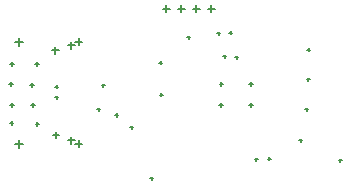
<source format=gbr>
G04*
G04 #@! TF.GenerationSoftware,Altium Limited,Altium Designer,23.1.1 (15)*
G04*
G04 Layer_Color=128*
%FSLAX25Y25*%
%MOIN*%
G70*
G04*
G04 #@! TF.SameCoordinates,1495F0C7-D67D-4403-963C-54D1E027F531*
G04*
G04*
G04 #@! TF.FilePolarity,Positive*
G04*
G01*
G75*
%ADD66C,0.00500*%
D66*
X399193Y346008D02*
X401555D01*
X400374Y344827D02*
Y347189D01*
X396634Y313173D02*
X398996D01*
X397815Y311992D02*
Y314354D01*
X399193Y311992D02*
X401555D01*
X400374Y310811D02*
Y313173D01*
X391319Y343173D02*
X393681D01*
X392500Y341992D02*
Y344354D01*
X391772Y314827D02*
X393740D01*
X392756Y313843D02*
Y315811D01*
X379114Y346008D02*
X381870D01*
X380492Y344630D02*
Y347386D01*
X379114Y311992D02*
X381870D01*
X380492Y310614D02*
Y313370D01*
X396634Y344827D02*
X398996D01*
X397815Y343646D02*
Y346008D01*
X428319Y357000D02*
X430681D01*
X429500Y355819D02*
Y358181D01*
X433319Y357000D02*
X435681D01*
X434500Y355819D02*
Y358181D01*
X438319Y357000D02*
X440681D01*
X439500Y355819D02*
Y358181D01*
X443319Y357000D02*
X445681D01*
X444500Y355819D02*
Y358181D01*
X473906Y313144D02*
X474906D01*
X474406Y312644D02*
Y313644D01*
X463300Y307100D02*
X464300D01*
X463800Y306600D02*
Y307600D01*
X487000Y306500D02*
X488000D01*
X487500Y306000D02*
Y307000D01*
X436500Y347500D02*
X437500D01*
X437000Y347000D02*
Y348000D01*
X475800Y323600D02*
X476800D01*
X476300Y323100D02*
Y324100D01*
X452500Y340800D02*
X453500D01*
X453000Y340300D02*
Y341300D01*
X457100Y325000D02*
X458300D01*
X457700Y324400D02*
Y325600D01*
X447100Y325000D02*
X448300D01*
X447700Y324400D02*
Y325600D01*
X457100Y332000D02*
X458300D01*
X457700Y331400D02*
Y332600D01*
X447300Y331900D02*
X448500D01*
X447900Y331300D02*
Y332500D01*
X385957Y318654D02*
X387157D01*
X386557Y318054D02*
Y319254D01*
X377357Y318854D02*
X378557D01*
X377957Y318254D02*
Y319454D01*
X384557Y324854D02*
X385757D01*
X385157Y324254D02*
Y325454D01*
X377457Y324954D02*
X378657D01*
X378057Y324354D02*
Y325554D01*
X384257Y331654D02*
X385457D01*
X384857Y331054D02*
Y332254D01*
X377157Y331954D02*
X378357D01*
X377757Y331354D02*
Y332554D01*
X385900Y338600D02*
X387100D01*
X386500Y338000D02*
Y339200D01*
X377557Y338554D02*
X378757D01*
X378157Y337954D02*
Y339154D01*
X476300Y333500D02*
X477300D01*
X476800Y333000D02*
Y334000D01*
X476500Y343400D02*
X477500D01*
X477000Y342900D02*
Y343900D01*
X450514Y349006D02*
X451514D01*
X451014Y348506D02*
Y349506D01*
X412400Y321700D02*
X413600D01*
X413000Y321100D02*
Y322300D01*
X459100Y306900D02*
X460100D01*
X459600Y306400D02*
Y307400D01*
X424200Y300500D02*
X425200D01*
X424700Y300000D02*
Y301000D01*
X448547Y341187D02*
X449547D01*
X449047Y340687D02*
Y341687D01*
X446579Y348903D02*
X447579D01*
X447079Y348403D02*
Y349403D01*
X427400Y328400D02*
X428400D01*
X427900Y327900D02*
Y328900D01*
X427200Y339000D02*
X428200D01*
X427700Y338500D02*
Y339500D01*
X417500Y317500D02*
X418500D01*
X418000Y317000D02*
Y318000D01*
X392500Y327500D02*
X393500D01*
X393000Y327000D02*
Y328000D01*
X392500Y331000D02*
X393500D01*
X393000Y330500D02*
Y331500D01*
X408000D02*
X409000D01*
X408500Y331000D02*
Y332000D01*
X406400Y323500D02*
X407600D01*
X407000Y322900D02*
Y324100D01*
M02*

</source>
